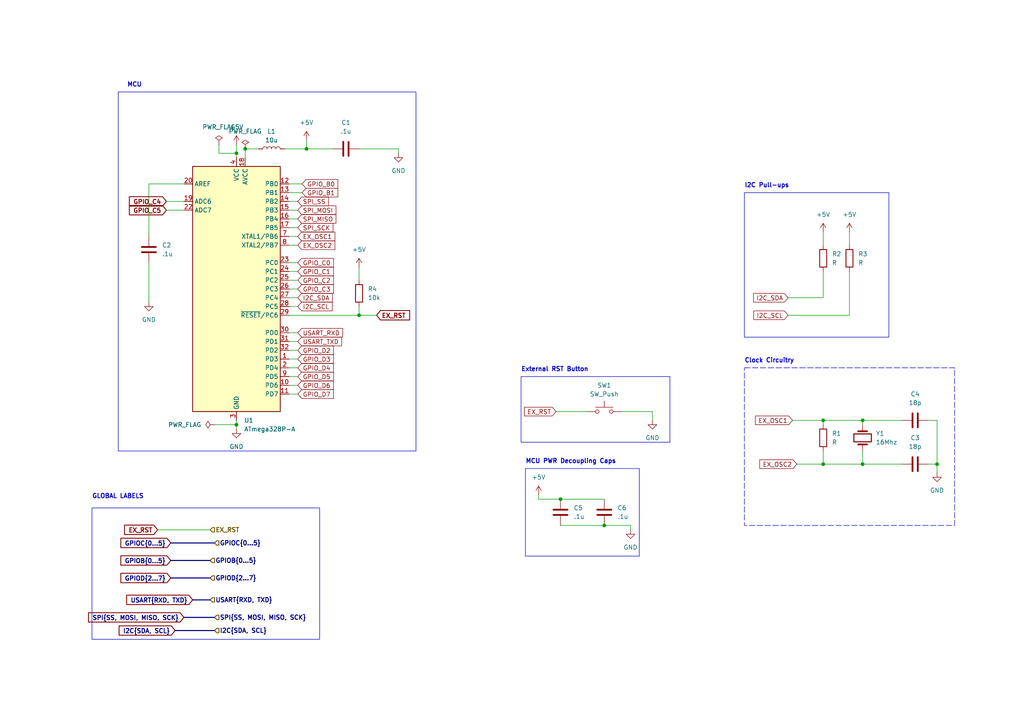
<source format=kicad_sch>
(kicad_sch (version 20250114) (generator "eeschema") (generator_version "9.0")
  (paper "A4")
  (lib_symbols
    (symbol "Device:C" (pin_numbers (hide yes)) (pin_names (offset 0.254))
      (property "Reference" "C" (at 0.635 2.54 0))
      (property "Value" "C" (at 0.635 -2.54 0))
      (symbol "C_0_1"
        (polyline (pts (xy -2.032 0.762) (xy 2.032 0.762)) (stroke (width 0.508)))
        (polyline (pts (xy -2.032 -0.762) (xy 2.032 -0.762)) (stroke (width 0.508)))
      )
      (symbol "C_1_1"
        (pin passive line (at 0 3.81 270) (length 2.794) (name "~") (number "1"))
        (pin passive line (at 0 -3.81 90) (length 2.794) (name "~") (number "2"))
      )
    )
    (symbol "Device:Crystal" (pin_numbers (hide yes)) (pin_names (offset 1.016) (hide yes))
      (property "Reference" "Y" (at 0 3.81 0))
      (property "Value" "Crystal" (at 0 -3.81 0))
      (symbol "Crystal_0_1"
        (polyline (pts (xy -2.54 0) (xy -1.905 0)))
        (polyline (pts (xy -1.905 -1.27) (xy -1.905 1.27)) (stroke (width 0.508)))
        (rectangle (start -1.143 2.54) (end 1.143 -2.54) (stroke (width 0.3048)))
        (polyline (pts (xy 1.905 -1.27) (xy 1.905 1.27)) (stroke (width 0.508)))
        (polyline (pts (xy 2.54 0) (xy 1.905 0)))
      )
      (symbol "Crystal_1_1"
        (pin passive line (at -3.81 0 0) (length 1.27) (name "1") (number "1"))
        (pin passive line (at 3.81 0 180) (length 1.27) (name "2") (number "2"))
      )
    )
    (symbol "Device:L" (pin_numbers (hide yes)) (pin_names (offset 1.016) (hide yes))
      (property "Reference" "L" (at -1.27 0 90))
      (property "Value" "L" (at 1.905 0 90))
      (symbol "L_0_1"
        (arc (start 0 2.54) (mid 0.6323 1.905) (end 0 1.27))
        (arc (start 0 1.27) (mid 0.6323 0.635) (end 0 0))
        (arc (start 0 0) (mid 0.6323 -0.635) (end 0 -1.27))
        (arc (start 0 -1.27) (mid 0.6323 -1.905) (end 0 -2.54))
      )
      (symbol "L_1_1"
        (pin passive line (at 0 3.81 270) (length 1.27) (name "1") (number "1"))
        (pin passive line (at 0 -3.81 90) (length 1.27) (name "2") (number "2"))
      )
    )
    (symbol "Device:R" (pin_numbers (hide yes)) (pin_names (offset 0))
      (property "Reference" "R" (at 2.032 0 90))
      (property "Value" "R" (at 0 0 90))
      (symbol "R_0_1"
        (rectangle (start -1.016 -2.54) (end 1.016 2.54) (stroke (width 0.254)))
      )
      (symbol "R_1_1"
        (pin passive line (at 0 3.81 270) (length 1.27) (name "~") (number "1"))
        (pin passive line (at 0 -3.81 90) (length 1.27) (name "~") (number "2"))
      )
    )
    (symbol "MCU_Microchip_ATmega:ATmega328P-A"
      (property "Reference" "U" (at -12.7 36.83 0))
      (property "Value" "ATmega328P-A" (at 2.54 -36.83 0))
      (symbol "ATmega328P-A_0_1"
        (rectangle (start -12.7 -35.56) (end 12.7 35.56) (stroke (width 0.254)) (fill (type background)))
      )
      (symbol "ATmega328P-A_1_1"
        (pin passive line (at -15.24 30.48 0) (length 2.54) (name "AREF") (number "20"))
        (pin input line (at -15.24 25.4 0) (length 2.54) (name "ADC6") (number "19"))
        (pin input line (at -15.24 22.86 0) (length 2.54) (name "ADC7") (number "22"))
        (pin power_in line (at 0 38.1 270) (length 2.54) (name "VCC") (number "4"))
        (pin passive line (at 0 38.1 270) (length 2.54) (hide yes) (name "VCC") (number "6"))
        (pin passive line (at 0 -38.1 90) (length 2.54) (hide yes) (name "GND") (number "21"))
        (pin power_in line (at 0 -38.1 90) (length 2.54) (name "GND") (number "3"))
        (pin passive line (at 0 -38.1 90) (length 2.54) (hide yes) (name "GND") (number "5"))
        (pin power_in line (at 2.54 38.1 270) (length 2.54) (name "AVCC") (number "18"))
        (pin bidirectional line (at 15.24 30.48 180) (length 2.54) (name "PB0") (number "12"))
        (pin bidirectional line (at 15.24 27.94 180) (length 2.54) (name "PB1") (number "13"))
        (pin bidirectional line (at 15.24 25.4 180) (length 2.54) (name "PB2") (number "14"))
        (pin bidirectional line (at 15.24 22.86 180) (length 2.54) (name "PB3") (number "15"))
        (pin bidirectional line (at 15.24 20.32 180) (length 2.54) (name "PB4") (number "16"))
        (pin bidirectional line (at 15.24 17.78 180) (length 2.54) (name "PB5") (number "17"))
        (pin bidirectional line (at 15.24 15.24 180) (length 2.54) (name "XTAL1/PB6") (number "7"))
        (pin bidirectional line (at 15.24 12.7 180) (length 2.54) (name "XTAL2/PB7") (number "8"))
        (pin bidirectional line (at 15.24 7.62 180) (length 2.54) (name "PC0") (number "23"))
        (pin bidirectional line (at 15.24 5.08 180) (length 2.54) (name "PC1") (number "24"))
        (pin bidirectional line (at 15.24 2.54 180) (length 2.54) (name "PC2") (number "25"))
        (pin bidirectional line (at 15.24 0 180) (length 2.54) (name "PC3") (number "26"))
        (pin bidirectional line (at 15.24 -2.54 180) (length 2.54) (name "PC4") (number "27"))
        (pin bidirectional line (at 15.24 -5.08 180) (length 2.54) (name "PC5") (number "28"))
        (pin bidirectional line (at 15.24 -7.62 180) (length 2.54) (name "~{RESET}/PC6") (number "29"))
        (pin bidirectional line (at 15.24 -12.7 180) (length 2.54) (name "PD0") (number "30"))
        (pin bidirectional line (at 15.24 -15.24 180) (length 2.54) (name "PD1") (number "31"))
        (pin bidirectional line (at 15.24 -17.78 180) (length 2.54) (name "PD2") (number "32"))
        (pin bidirectional line (at 15.24 -20.32 180) (length 2.54) (name "PD3") (number "1"))
        (pin bidirectional line (at 15.24 -22.86 180) (length 2.54) (name "PD4") (number "2"))
        (pin bidirectional line (at 15.24 -25.4 180) (length 2.54) (name "PD5") (number "9"))
        (pin bidirectional line (at 15.24 -27.94 180) (length 2.54) (name "PD6") (number "10"))
        (pin bidirectional line (at 15.24 -30.48 180) (length 2.54) (name "PD7") (number "11"))
      )
    )
    (symbol "Switch:SW_Push" (pin_numbers (hide yes)) (pin_names (offset 1.016) (hide yes))
      (property "Reference" "SW" (at 1.27 2.54 0))
      (property "Value" "SW_Push" (at 0 -1.524 0))
      (symbol "SW_Push_0_1"
        (circle (center -2.032 0) (radius 0.508))
        (polyline (pts (xy 0 1.27) (xy 0 3.048)))
        (circle (center 2.032 0) (radius 0.508))
        (polyline (pts (xy 2.54 1.27) (xy -2.54 1.27)))
        (pin passive line (at -5.08 0 0) (length 2.54) (name "1") (number "1"))
        (pin passive line (at 5.08 0 180) (length 2.54) (name "2") (number "2"))
      )
    )
    (symbol "power:+5V" (power) (pin_names (offset 0))
      (property "Value" "+5V" (at 0 3.556 0))
      (symbol "+5V_0_1"
        (polyline (pts (xy -0.762 1.27) (xy 0 2.54)))
        (polyline (pts (xy 0 2.54) (xy 0.762 1.27)))
        (polyline (pts (xy 0 0) (xy 0 2.54)))
      )
      (symbol "+5V_1_1"
        (pin power_in line (at 0 0 90) (length 0) (hide yes) (name "+5V") (number "1"))
      )
    )
    (symbol "power:GND" (power) (pin_names (offset 0))
      (property "Value" "GND" (at 0 -3.81 0))
      (symbol "GND_0_1"
        (polyline (pts (xy 0 0) (xy 0 -1.27) (xy 1.27 -1.27) (xy 0 -2.54) (xy -1.27 -1.27) (xy 0 -1.27)))
      )
      (symbol "GND_1_1"
        (pin power_in line (at 0 0 270) (length 0) (hide yes) (name "GND") (number "1"))
      )
    )
    (symbol "power:PWR_FLAG" (power) (pin_numbers (hide yes)) (pin_names (offset 0) (hide yes))
      (property "Value" "PWR_FLAG" (at 0 3.81 0))
      (symbol "PWR_FLAG_0_0"
        (pin power_out line (at 0 0 90) (length 0) (name "pwr") (number "1"))
      )
      (symbol "PWR_FLAG_0_1"
        (polyline (pts (xy 0 0) (xy 0 1.27) (xy -1.016 1.905) (xy 0 2.54) (xy 1.016 1.905) (xy 0 1.27)))
      )
    )
  )
  (rectangle (start 152.4 135.89) (end 185.42 161.29))
  (rectangle (start 215.9 55.88) (end 257.81 97.79))
  (rectangle (start 151.13 109.22) (end 194.31 128.27))
  (rectangle (start 215.9 106.68) (end 276.86 152.4) (stroke (width 0) (type dash)))
  (rectangle (start 26.67 147.32) (end 92.71 185.42))
  (rectangle (start 34.29 26.67) (end 120.65 130.81))
  (text "MCU" (at 36.83 25.4 0) (effects (font (size 1.27 1.27) (thickness 0.254) (bold yes)) (justify left bottom)))
  (text "MCU PWR Decoupling Caps\n" (at 152.4 134.62 0) (effects (font (size 1.27 1.27) (thickness 0.254) (bold yes)) (justify left bottom)))
  (text "External RST Button\n" (at 151.13 107.95 0) (effects (font (size 1.27 1.27) (thickness 0.254) (bold yes)) (justify left bottom)))
  (text "Clock Circuitry\n" (at 215.9 105.41 0) (effects (font (size 1.27 1.27) (thickness 0.254) (bold yes)) (justify left bottom)))
  (text "I2C Pull-ups\n" (at 215.9 54.61 0) (effects (font (size 1.27 1.27) (thickness 0.254) (bold yes)) (justify left bottom)))
  (text "GLOBAL LABELS\n" (at 26.67 144.78 0) (effects (font (size 1.27 1.27) (bold yes)) (justify left bottom)))
  (junction (at 250.19 121.92))
  (junction (at 68.58 44.45))
  (junction (at 104.14 91.44))
  (junction (at 71.12 43.18))
  (junction (at 250.19 134.62))
  (junction (at 68.58 123.19))
  (junction (at 238.76 121.92))
  (junction (at 271.78 134.62))
  (junction (at 162.56 144.78))
  (junction (at 238.76 134.62))
  (junction (at 175.26 152.4))
  (junction (at 88.9 43.18))
  (wire (pts (xy 43.18 76.2) (xy 43.18 87.63)))
  (wire (pts (xy 71.12 43.18) (xy 74.93 43.18)))
  (wire (pts (xy 271.78 121.92) (xy 271.78 134.62)))
  (wire (pts (xy 83.82 106.68) (xy 86.36 106.68)))
  (wire (pts (xy 161.29 119.38) (xy 170.18 119.38)))
  (wire (pts (xy 83.82 68.58) (xy 86.36 68.58)))
  (wire (pts (xy 83.82 81.28) (xy 86.36 81.28)))
  (wire (pts (xy 83.82 96.52) (xy 86.36 96.52)))
  (wire (pts (xy 269.24 134.62) (xy 271.78 134.62)))
  (wire (pts (xy 104.14 91.44) (xy 109.22 91.44)))
  (bus (pts (xy 49.53 157.48) (xy 62.23 157.48)))
  (wire (pts (xy 68.58 41.91) (xy 68.58 44.45)))
  (wire (pts (xy 250.19 121.92) (xy 250.19 123.19)))
  (wire (pts (xy 83.82 53.34) (xy 87.63 53.34)))
  (wire (pts (xy 62.23 123.19) (xy 68.58 123.19)))
  (wire (pts (xy 83.82 101.6) (xy 86.36 101.6)))
  (wire (pts (xy 88.9 43.18) (xy 96.52 43.18)))
  (wire (pts (xy 83.82 114.3) (xy 86.36 114.3)))
  (wire (pts (xy 229.87 121.92) (xy 238.76 121.92)))
  (bus (pts (xy 49.53 162.56) (xy 60.96 162.56)))
  (wire (pts (xy 53.34 53.34) (xy 43.18 53.34)))
  (wire (pts (xy 228.6 86.36) (xy 238.76 86.36)))
  (wire (pts (xy 115.57 43.18) (xy 115.57 44.45)))
  (wire (pts (xy 156.21 144.78) (xy 162.56 144.78)))
  (wire (pts (xy 180.34 119.38) (xy 189.23 119.38)))
  (wire (pts (xy 88.9 40.64) (xy 88.9 43.18)))
  (wire (pts (xy 71.12 45.72) (xy 71.12 43.18)))
  (wire (pts (xy 83.82 58.42) (xy 86.36 58.42)))
  (wire (pts (xy 83.82 66.04) (xy 86.36 66.04)))
  (wire (pts (xy 63.5 44.45) (xy 68.58 44.45)))
  (wire (pts (xy 48.26 60.96) (xy 53.34 60.96)))
  (wire (pts (xy 48.26 58.42) (xy 53.34 58.42)))
  (wire (pts (xy 104.14 77.47) (xy 104.14 81.28)))
  (wire (pts (xy 83.82 63.5) (xy 86.36 63.5)))
  (wire (pts (xy 83.82 76.2) (xy 86.36 76.2)))
  (wire (pts (xy 246.38 78.74) (xy 246.38 91.44)))
  (wire (pts (xy 238.76 86.36) (xy 238.76 78.74)))
  (wire (pts (xy 83.82 78.74) (xy 86.36 78.74)))
  (wire (pts (xy 83.82 104.14) (xy 86.36 104.14)))
  (wire (pts (xy 63.5 41.91) (xy 63.5 44.45)))
  (wire (pts (xy 68.58 121.92) (xy 68.58 123.19)))
  (wire (pts (xy 83.82 83.82) (xy 86.36 83.82)))
  (wire (pts (xy 104.14 88.9) (xy 104.14 91.44)))
  (wire (pts (xy 156.21 143.51) (xy 156.21 144.78)))
  (wire (pts (xy 271.78 134.62) (xy 271.78 137.16)))
  (wire (pts (xy 83.82 71.12) (xy 86.36 71.12)))
  (wire (pts (xy 83.82 86.36) (xy 86.36 86.36)))
  (bus (pts (xy 49.53 167.64) (xy 60.96 167.64)))
  (wire (pts (xy 83.82 109.22) (xy 86.36 109.22)))
  (wire (pts (xy 83.82 91.44) (xy 104.14 91.44)))
  (wire (pts (xy 250.19 121.92) (xy 261.62 121.92)))
  (bus (pts (xy 53.34 179.07) (xy 62.23 179.07)))
  (bus (pts (xy 55.88 173.99) (xy 60.96 173.99)))
  (wire (pts (xy 246.38 67.31) (xy 246.38 71.12)))
  (wire (pts (xy 162.56 152.4) (xy 175.26 152.4)))
  (wire (pts (xy 68.58 44.45) (xy 68.58 45.72)))
  (wire (pts (xy 175.26 152.4) (xy 182.88 152.4)))
  (wire (pts (xy 250.19 130.81) (xy 250.19 134.62)))
  (wire (pts (xy 82.55 43.18) (xy 88.9 43.18)))
  (wire (pts (xy 189.23 119.38) (xy 189.23 121.92)))
  (wire (pts (xy 238.76 134.62) (xy 250.19 134.62)))
  (wire (pts (xy 104.14 43.18) (xy 115.57 43.18)))
  (wire (pts (xy 68.58 123.19) (xy 68.58 124.46)))
  (wire (pts (xy 250.19 134.62) (xy 261.62 134.62)))
  (wire (pts (xy 83.82 60.96) (xy 86.36 60.96)))
  (wire (pts (xy 238.76 67.31) (xy 238.76 71.12)))
  (bus (pts (xy 50.8 182.88) (xy 62.23 182.88)))
  (wire (pts (xy 182.88 152.4) (xy 182.88 153.67)))
  (wire (pts (xy 228.6 91.44) (xy 246.38 91.44)))
  (wire (pts (xy 43.18 53.34) (xy 43.18 68.58)))
  (wire (pts (xy 238.76 130.81) (xy 238.76 134.62)))
  (wire (pts (xy 269.24 121.92) (xy 271.78 121.92)))
  (wire (pts (xy 83.82 99.06) (xy 86.36 99.06)))
  (wire (pts (xy 83.82 88.9) (xy 86.36 88.9)))
  (wire (pts (xy 238.76 121.92) (xy 238.76 123.19)))
  (wire (pts (xy 162.56 144.78) (xy 175.26 144.78)))
  (wire (pts (xy 45.72 153.67) (xy 60.96 153.67)))
  (wire (pts (xy 238.76 121.92) (xy 250.19 121.92)))
  (wire (pts (xy 231.14 134.62) (xy 238.76 134.62)))
  (wire (pts (xy 83.82 111.76) (xy 86.36 111.76)))
  (wire (pts (xy 83.82 55.88) (xy 87.63 55.88)))
  (global_label "EX_RST" (shape input) (at 161.29 119.38 180) (property "Intersheetrefs" "${INTERSHEET_REFS}" (effects (hide yes))))
  (global_label "SPI_MOSI" (shape input) (at 86.36 60.96 0) (property "Intersheetrefs" "${INTERSHEET_REFS}" (effects (hide yes))))
  (global_label "I2C_SCL" (shape input) (at 86.36 88.9 0) (property "Intersheetrefs" "${INTERSHEET_REFS}" (effects (hide yes))))
  (global_label "GPIO_D3" (shape input) (at 86.36 104.14 0) (property "Intersheetrefs" "${INTERSHEET_REFS}" (effects (hide yes))))
  (global_label "GPIOC{0...5}" (shape input) (at 49.53 157.48 180) (effects (font (bold yes))) (property "Intersheetrefs" "${INTERSHEET_REFS}" (effects (hide yes))))
  (global_label "USART_TXD" (shape input) (at 86.36 99.06 0) (property "Intersheetrefs" "${INTERSHEET_REFS}" (effects (hide yes))))
  (global_label "GPIO_D2" (shape input) (at 86.36 101.6 0) (property "Intersheetrefs" "${INTERSHEET_REFS}" (effects (hide yes))))
  (global_label "SPI_MISO" (shape input) (at 86.36 63.5 0) (property "Intersheetrefs" "${INTERSHEET_REFS}" (effects (hide yes))))
  (global_label "GPIO_C0" (shape input) (at 86.36 76.2 0) (property "Intersheetrefs" "${INTERSHEET_REFS}" (effects (hide yes))))
  (global_label "GPIO_D5" (shape input) (at 86.36 109.22 0) (property "Intersheetrefs" "${INTERSHEET_REFS}" (effects (hide yes))))
  (global_label "GPIO_D7" (shape input) (at 86.36 114.3 0) (property "Intersheetrefs" "${INTERSHEET_REFS}" (effects (hide yes))))
  (global_label "GPIO_C5" (shape input) (at 48.26 60.96 180) (effects (font (bold yes))) (property "Intersheetrefs" "${INTERSHEET_REFS}" (effects (hide yes))))
  (global_label "I2C_SCL" (shape input) (at 228.6 91.44 180) (property "Intersheetrefs" "${INTERSHEET_REFS}" (effects (hide yes))))
  (global_label "GPIO_B0" (shape input) (at 87.63 53.34 0) (property "Intersheetrefs" "${INTERSHEET_REFS}" (effects (hide yes))))
  (global_label "GPIO_D4" (shape input) (at 86.36 106.68 0) (property "Intersheetrefs" "${INTERSHEET_REFS}" (effects (hide yes))))
  (global_label "EX_OSC1" (shape input) (at 86.36 68.58 0) (property "Intersheetrefs" "${INTERSHEET_REFS}" (effects (hide yes))))
  (global_label "EX_OSC2" (shape input) (at 86.36 71.12 0) (property "Intersheetrefs" "${INTERSHEET_REFS}" (effects (hide yes))))
  (global_label "GPIOB{0...5}" (shape input) (at 49.53 162.56 180) (effects (font (bold yes))) (property "Intersheetrefs" "${INTERSHEET_REFS}" (effects (hide yes))))
  (global_label "USART_RXD" (shape input) (at 86.36 96.52 0) (property "Intersheetrefs" "${INTERSHEET_REFS}" (effects (hide yes))))
  (global_label "GPIO_C4" (shape input) (at 48.26 58.42 180) (effects (font (bold yes))) (property "Intersheetrefs" "${INTERSHEET_REFS}" (effects (hide yes))))
  (global_label "I2C{SDA, SCL}" (shape input) (at 50.8 182.88 180) (effects (font (bold yes))) (property "Intersheetrefs" "${INTERSHEET_REFS}" (effects (hide yes))))
  (global_label "I2C_SDA" (shape input) (at 228.6 86.36 180) (property "Intersheetrefs" "${INTERSHEET_REFS}" (effects (hide yes))))
  (global_label "SPI{SS, MOSI, MISO, SCK}" (shape input) (at 53.34 179.07 180) (effects (font (bold yes))) (property "Intersheetrefs" "${INTERSHEET_REFS}" (effects (hide yes))))
  (global_label "GPIO_C1" (shape input) (at 86.36 78.74 0) (property "Intersheetrefs" "${INTERSHEET_REFS}" (effects (hide yes))))
  (global_label "GPIO_C2" (shape input) (at 86.36 81.28 0) (property "Intersheetrefs" "${INTERSHEET_REFS}" (effects (hide yes))))
  (global_label "I2C_SDA" (shape input) (at 86.36 86.36 0) (property "Intersheetrefs" "${INTERSHEET_REFS}" (effects (hide yes))))
  (global_label "GPIO_B1" (shape input) (at 87.63 55.88 0) (property "Intersheetrefs" "${INTERSHEET_REFS}" (effects (hide yes))))
  (global_label "EX_OSC2" (shape input) (at 231.14 134.62 180) (property "Intersheetrefs" "${INTERSHEET_REFS}" (effects (hide yes))))
  (global_label "USART{RXD, TXD}" (shape input) (at 55.88 173.99 180) (effects (font (bold yes))) (property "Intersheetrefs" "${INTERSHEET_REFS}" (effects (hide yes))))
  (global_label "GPIO_C3" (shape input) (at 86.36 83.82 0) (property "Intersheetrefs" "${INTERSHEET_REFS}" (effects (hide yes))))
  (global_label "GPIOD{2...7}" (shape input) (at 49.53 167.64 180) (effects (font (bold yes))) (property "Intersheetrefs" "${INTERSHEET_REFS}" (effects (hide yes))))
  (global_label "GPIO_D6" (shape input) (at 86.36 111.76 0) (property "Intersheetrefs" "${INTERSHEET_REFS}" (effects (hide yes))))
  (global_label "EX_OSC1" (shape input) (at 229.87 121.92 180) (property "Intersheetrefs" "${INTERSHEET_REFS}" (effects (hide yes))))
  (global_label "EX_RST" (shape input) (at 45.72 153.67 180) (effects (font (bold yes))) (property "Intersheetrefs" "${INTERSHEET_REFS}" (effects (hide yes))))
  (global_label "EX_RST" (shape input) (at 109.22 91.44 0) (effects (font (bold yes))) (property "Intersheetrefs" "${INTERSHEET_REFS}" (effects (hide yes))))
  (global_label "SPI_SS" (shape input) (at 86.36 58.42 0) (property "Intersheetrefs" "${INTERSHEET_REFS}" (effects (hide yes))))
  (global_label "SPI_SCK" (shape input) (at 86.36 66.04 0) (property "Intersheetrefs" "${INTERSHEET_REFS}" (effects (hide yes))))
  (hierarchical_label "GPIOD{2...7}" (shape input) (at 60.96 167.64 0) (effects (font (bold yes))))
  (hierarchical_label "GPIOC{0...5}" (shape input) (at 62.23 157.48 0) (effects (font (bold yes))))
  (hierarchical_label "USART{RXD, TXD}" (shape input) (at 60.96 173.99 0) (effects (font (bold yes))))
  (hierarchical_label "I2C{SDA, SCL}" (shape input) (at 62.23 182.88 0) (effects (font (bold yes))))
  (hierarchical_label "SPI{SS, MOSI, MISO, SCK}" (shape input) (at 62.23 179.07 0) (effects (font (bold yes))))
  (hierarchical_label "EX_RST" (shape input) (at 60.96 153.67 0) (effects (font (bold yes))))
  (hierarchical_label "GPIOB{0...5}" (shape input) (at 60.96 162.56 0) (effects (font (bold yes))))
  (symbol (lib_id "Device:C") (at 265.43 134.62 90) (unit 1)
    (property "Reference" "C3" (at 265.43 127 90))
    (property "Value" "18p" (at 265.43 129.54 90))
    (property "Footprint" "Capacitor_SMD:C_0402_1005Metric" (effects (hide yes)))
  )
  (symbol (lib_id "power:GND") (at 182.88 153.67 0) (unit 1)
    (property "Reference" "#PWR010" (effects (hide yes)))
    (property "Value" "GND" (at 182.88 158.75 0))
  )
  (symbol (lib_id "Device:C") (at 162.56 148.59 0) (unit 1)
    (property "Reference" "C5" (at 166.37 147.32 0) (effects (justify left)))
    (property "Value" ".1u" (at 166.37 149.86 0) (effects (justify left)))
    (property "Footprint" "Capacitor_SMD:C_0402_1005Metric" (effects (hide yes)))
  )
  (symbol (lib_id "Switch:SW_Push") (at 175.26 119.38 0) (unit 1)
    (property "Reference" "SW1" (at 175.26 111.76 0))
    (property "Value" "SW_Push" (at 175.26 114.3 0))
    (property "Footprint" "Button_Switch_SMD:SW_Push_SPST_NO_Alps_SKRK" (effects (hide yes)))
  )
  (symbol (lib_id "Device:C") (at 43.18 72.39 0) (unit 1)
    (property "Reference" "C2" (at 46.99 71.12 0) (effects (justify left)))
    (property "Value" ".1u" (at 46.99 73.66 0) (effects (justify left)))
    (property "Footprint" "Capacitor_SMD:C_0402_1005Metric" (effects (hide yes)))
  )
  (symbol (lib_id "power:PWR_FLAG") (at 63.5 41.91 0) (unit 1)
    (property "Reference" "#FLG01" (effects (hide yes)))
    (property "Value" "PWR_FLAG" (at 63.5 36.83 0))
  )
  (symbol (lib_id "power:+5V") (at 246.38 67.31 0) (unit 1)
    (property "Reference" "#PWR07" (effects (hide yes)))
    (property "Value" "+5V" (at 246.38 62.23 0))
  )
  (symbol (lib_id "Device:R") (at 246.38 74.93 0) (unit 1)
    (property "Reference" "R3" (at 248.92 73.66 0) (effects (justify left)))
    (property "Value" "R" (at 248.92 76.2 0) (effects (justify left)))
    (property "Footprint" "Resistor_SMD:R_0402_1005Metric" (effects (hide yes)))
  )
  (symbol (lib_id "Device:R") (at 238.76 127 0) (unit 1)
    (property "Reference" "R1" (at 241.3 125.73 0) (effects (justify left)))
    (property "Value" "R" (at 241.3 128.27 0) (effects (justify left)))
    (property "Footprint" "Resistor_SMD:R_0402_1005Metric" (effects (hide yes)))
  )
  (symbol (lib_id "power:PWR_FLAG") (at 62.23 123.19 90) (unit 1)
    (property "Reference" "#FLG03" (effects (hide yes)))
    (property "Value" "PWR_FLAG" (at 58.42 123.19 90) (effects (justify left)))
  )
  (symbol (lib_id "power:GND") (at 68.58 124.46 0) (unit 1)
    (property "Reference" "#PWR041" (effects (hide yes)))
    (property "Value" "GND" (at 68.58 129.54 0))
  )
  (symbol (lib_id "Device:C") (at 265.43 121.92 90) (unit 1)
    (property "Reference" "C4" (at 265.43 114.3 90))
    (property "Value" "18p" (at 265.43 116.84 90))
    (property "Footprint" "Capacitor_SMD:C_0402_1005Metric" (effects (hide yes)))
  )
  (symbol (lib_id "power:PWR_FLAG") (at 71.12 43.18 0) (unit 1)
    (property "Reference" "#FLG02" (effects (hide yes)))
    (property "Value" "PWR_FLAG" (at 71.12 38.1 0))
  )
  (symbol (lib_id "power:+5V") (at 238.76 67.31 0) (unit 1)
    (property "Reference" "#PWR06" (effects (hide yes)))
    (property "Value" "+5V" (at 238.76 62.23 0))
  )
  (symbol (lib_id "Device:C") (at 175.26 148.59 0) (unit 1)
    (property "Reference" "C6" (at 179.07 147.32 0) (effects (justify left)))
    (property "Value" ".1u" (at 179.07 149.86 0) (effects (justify left)))
    (property "Footprint" "Capacitor_SMD:C_0402_1005Metric" (effects (hide yes)))
  )
  (symbol (lib_id "Device:C") (at 100.33 43.18 90) (unit 1)
    (property "Reference" "C1" (at 100.33 35.56 90))
    (property "Value" ".1u" (at 100.33 38.1 90))
    (property "Footprint" "Capacitor_SMD:C_0402_1005Metric" (effects (hide yes)))
  )
  (symbol (lib_id "power:+5V") (at 104.14 77.47 0) (unit 1)
    (property "Reference" "#PWR011" (effects (hide yes)))
    (property "Value" "+5V" (at 104.14 72.39 0))
  )
  (symbol (lib_id "power:GND") (at 43.18 87.63 0) (unit 1)
    (property "Reference" "#PWR04" (effects (hide yes)))
    (property "Value" "GND" (at 43.18 92.71 0))
  )
  (symbol (lib_id "Device:R") (at 104.14 85.09 0) (unit 1)
    (property "Reference" "R4" (at 106.68 83.82 0) (effects (justify left)))
    (property "Value" "10k" (at 106.68 86.36 0) (effects (justify left)))
    (property "Footprint" "Resistor_SMD:R_0402_1005Metric" (effects (hide yes)))
  )
  (symbol (lib_id "Device:L") (at 78.74 43.18 90) (unit 1)
    (property "Reference" "L1" (at 78.74 38.1 90))
    (property "Value" "10u" (at 78.74 40.64 90))
    (property "Footprint" "Inductor_SMD:L_0603_1608Metric" (effects (hide yes)))
  )
  (symbol (lib_id "power:GND") (at 271.78 137.16 0) (unit 1)
    (property "Reference" "#PWR05" (effects (hide yes)))
    (property "Value" "GND" (at 271.78 142.24 0))
  )
  (symbol (lib_id "MCU_Microchip_ATmega:ATmega328P-A") (at 68.58 83.82 0) (unit 1)
    (property "Reference" "U1" (at 70.7741 121.92 0) (effects (justify left)))
    (property "Value" "ATmega328P-A" (at 70.7741 124.46 0) (effects (justify left)))
    (property "Footprint" "Package_QFP:TQFP-32_7x7mm_P0.8mm" (effects (hide yes)))
    (property "Datasheet" "http://ww1.microchip.com/downloads/en/DeviceDoc/ATmega328_P%20AVR%20MCU%20with%20picoPower%20Technology%20Data%20Sheet%2040001984A.pdf" (effects (hide yes)))
  )
  (symbol (lib_id "power:+5V") (at 68.58 41.91 0) (unit 1)
    (property "Reference" "#PWR01" (effects (hide yes)))
    (property "Value" "+5V" (at 68.58 36.83 0))
  )
  (symbol (lib_id "power:+5V") (at 88.9 40.64 0) (unit 1)
    (property "Reference" "#PWR02" (effects (hide yes)))
    (property "Value" "+5V" (at 88.9 35.56 0))
  )
  (symbol (lib_id "Device:Crystal") (at 250.19 127 90) (unit 1)
    (property "Reference" "Y1" (at 254 125.73 90) (effects (justify right)))
    (property "Value" "16Mhz" (at 254 128.27 90) (effects (justify right)))
    (property "Footprint" "Crystal:Crystal_SMD_2012-2Pin_2.0x1.2mm" (effects (hide yes)))
  )
  (symbol (lib_id "Device:R") (at 238.76 74.93 0) (unit 1)
    (property "Reference" "R2" (at 241.3 73.66 0) (effects (justify left)))
    (property "Value" "R" (at 241.3 76.2 0) (effects (justify left)))
    (property "Footprint" "Resistor_SMD:R_0402_1005Metric" (effects (hide yes)))
  )
  (symbol (lib_id "power:GND") (at 189.23 121.92 0) (unit 1)
    (property "Reference" "#PWR08" (effects (hide yes)))
    (property "Value" "GND" (at 189.23 127 0))
  )
  (symbol (lib_id "power:GND") (at 115.57 44.45 0) (unit 1)
    (property "Reference" "#PWR03" (effects (hide yes)))
    (property "Value" "GND" (at 115.57 49.53 0))
  )
  (symbol (lib_id "power:+5V") (at 156.21 143.51 0) (unit 1)
    (property "Reference" "#PWR09" (effects (hide yes)))
    (property "Value" "+5V" (at 156.21 138.43 0))
  )
)
</source>
